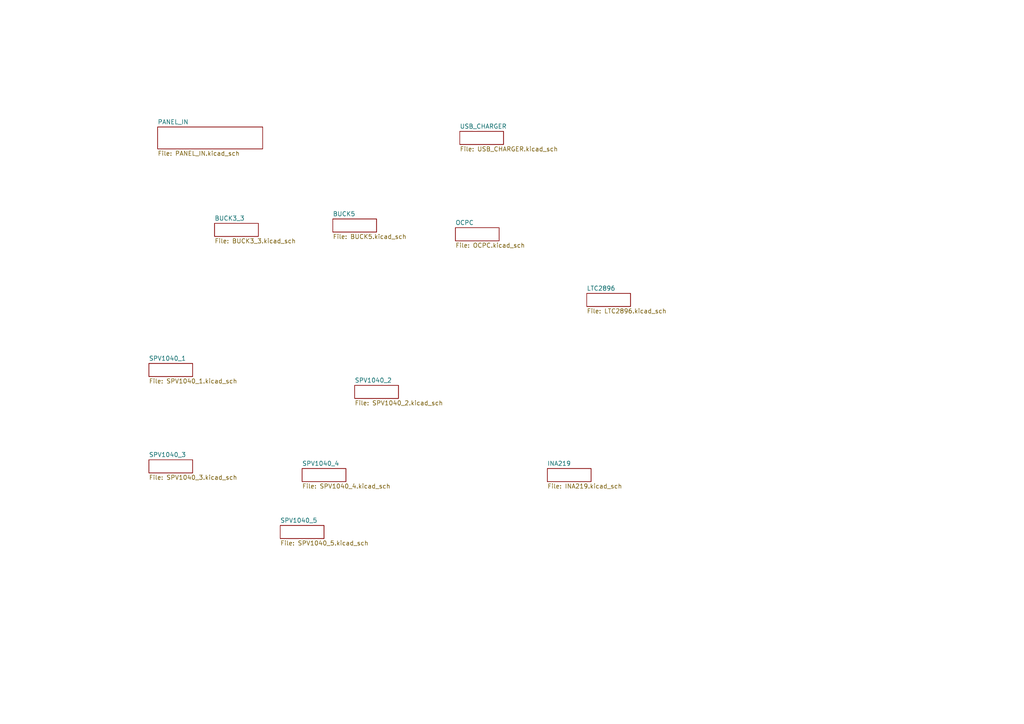
<source format=kicad_sch>
(kicad_sch
	(version 20231120)
	(generator "eeschema")
	(generator_version "8.0")
	(uuid "494c9d9f-6b33-4248-a813-27ffaaa929bd")
	(paper "A4")
	(title_block
		(company "TEAM ANANT")
		(comment 1 "BITS PILANI")
	)
	(lib_symbols)
	(sheet
		(at 87.63 135.89)
		(size 12.7 3.81)
		(fields_autoplaced yes)
		(stroke
			(width 0.1524)
			(type solid)
		)
		(fill
			(color 0 0 0 0.0000)
		)
		(uuid "2771644a-42c1-4e74-9e93-0ffcf5523547")
		(property "Sheetname" "SPV1040_4"
			(at 87.63 135.1784 0)
			(effects
				(font
					(size 1.27 1.27)
				)
				(justify left bottom)
			)
		)
		(property "Sheetfile" "SPV1040_4.kicad_sch"
			(at 87.63 140.2846 0)
			(effects
				(font
					(size 1.27 1.27)
				)
				(justify left top)
			)
		)
		(instances
			(project "PCB1 PANEL_IN SPV1040 BUCK5 BUCK33 OCPC"
				(path "/494c9d9f-6b33-4248-a813-27ffaaa929bd"
					(page "10")
				)
			)
		)
	)
	(sheet
		(at 102.87 111.76)
		(size 12.7 3.81)
		(fields_autoplaced yes)
		(stroke
			(width 0.1524)
			(type solid)
		)
		(fill
			(color 0 0 0 0.0000)
		)
		(uuid "27d3faa1-92c4-4207-bb91-69c494af1bc4")
		(property "Sheetname" "SPV1040_2"
			(at 102.87 111.0484 0)
			(effects
				(font
					(size 1.27 1.27)
				)
				(justify left bottom)
			)
		)
		(property "Sheetfile" "SPV1040_2.kicad_sch"
			(at 102.87 116.1546 0)
			(effects
				(font
					(size 1.27 1.27)
				)
				(justify left top)
			)
		)
		(instances
			(project "PCB1 PANEL_IN SPV1040 BUCK5 BUCK33 OCPC"
				(path "/494c9d9f-6b33-4248-a813-27ffaaa929bd"
					(page "8")
				)
			)
		)
	)
	(sheet
		(at 62.23 64.77)
		(size 12.7 3.81)
		(fields_autoplaced yes)
		(stroke
			(width 0.1524)
			(type solid)
		)
		(fill
			(color 0 0 0 0.0000)
		)
		(uuid "6d793315-f4d5-400d-8bb8-3ec4414619c0")
		(property "Sheetname" "BUCK3_3"
			(at 62.23 64.0584 0)
			(effects
				(font
					(size 1.27 1.27)
				)
				(justify left bottom)
			)
		)
		(property "Sheetfile" "BUCK3_3.kicad_sch"
			(at 62.23 69.1646 0)
			(effects
				(font
					(size 1.27 1.27)
				)
				(justify left top)
			)
		)
		(instances
			(project "PCB1 PANEL_IN SPV1040 BUCK5 BUCK33 OCPC"
				(path "/494c9d9f-6b33-4248-a813-27ffaaa929bd"
					(page "4")
				)
			)
		)
	)
	(sheet
		(at 170.18 85.09)
		(size 12.7 3.81)
		(fields_autoplaced yes)
		(stroke
			(width 0.1524)
			(type solid)
		)
		(fill
			(color 0 0 0 0.0000)
		)
		(uuid "81ba6a5a-e21d-4cec-83f0-5d840c1285ed")
		(property "Sheetname" "LTC2896"
			(at 170.18 84.3784 0)
			(effects
				(font
					(size 1.27 1.27)
				)
				(justify left bottom)
			)
		)
		(property "Sheetfile" "LTC2896.kicad_sch"
			(at 170.18 89.4846 0)
			(effects
				(font
					(size 1.27 1.27)
				)
				(justify left top)
			)
		)
		(instances
			(project "PCB1 PANEL_IN SPV1040 BUCK5 BUCK33 OCPC"
				(path "/494c9d9f-6b33-4248-a813-27ffaaa929bd"
					(page "12")
				)
			)
		)
	)
	(sheet
		(at 81.28 152.4)
		(size 12.7 3.81)
		(fields_autoplaced yes)
		(stroke
			(width 0.1524)
			(type solid)
		)
		(fill
			(color 0 0 0 0.0000)
		)
		(uuid "8c378675-f65a-4b67-963a-3f9cd3fefa7d")
		(property "Sheetname" "SPV1040_5"
			(at 81.28 151.6884 0)
			(effects
				(font
					(size 1.27 1.27)
				)
				(justify left bottom)
			)
		)
		(property "Sheetfile" "SPV1040_5.kicad_sch"
			(at 81.28 156.7946 0)
			(effects
				(font
					(size 1.27 1.27)
				)
				(justify left top)
			)
		)
		(instances
			(project "PCB1 PANEL_IN SPV1040 BUCK5 BUCK33 OCPC"
				(path "/494c9d9f-6b33-4248-a813-27ffaaa929bd"
					(page "11")
				)
			)
		)
	)
	(sheet
		(at 132.08 66.04)
		(size 12.7 3.81)
		(fields_autoplaced yes)
		(stroke
			(width 0.1524)
			(type solid)
		)
		(fill
			(color 0 0 0 0.0000)
		)
		(uuid "a1a4f25c-902d-4f3e-84ba-70b8fbb0ef9f")
		(property "Sheetname" "OCPC"
			(at 132.08 65.3284 0)
			(effects
				(font
					(size 1.27 1.27)
				)
				(justify left bottom)
			)
		)
		(property "Sheetfile" "OCPC.kicad_sch"
			(at 132.08 70.4346 0)
			(effects
				(font
					(size 1.27 1.27)
				)
				(justify left top)
			)
		)
		(instances
			(project "PCB1 PANEL_IN SPV1040 BUCK5 BUCK33 OCPC"
				(path "/494c9d9f-6b33-4248-a813-27ffaaa929bd"
					(page "6")
				)
			)
		)
	)
	(sheet
		(at 96.52 63.5)
		(size 12.7 3.81)
		(fields_autoplaced yes)
		(stroke
			(width 0.1524)
			(type solid)
		)
		(fill
			(color 0 0 0 0.0000)
		)
		(uuid "acbdadec-7a37-4e83-ba4f-7796ea0ed57d")
		(property "Sheetname" "BUCK5"
			(at 96.52 62.7884 0)
			(effects
				(font
					(size 1.27 1.27)
				)
				(justify left bottom)
			)
		)
		(property "Sheetfile" "BUCK5.kicad_sch"
			(at 96.52 67.8946 0)
			(effects
				(font
					(size 1.27 1.27)
				)
				(justify left top)
			)
		)
		(instances
			(project "PCB1 PANEL_IN SPV1040 BUCK5 BUCK33 OCPC"
				(path "/494c9d9f-6b33-4248-a813-27ffaaa929bd"
					(page "5")
				)
			)
		)
	)
	(sheet
		(at 133.35 38.1)
		(size 12.7 3.81)
		(fields_autoplaced yes)
		(stroke
			(width 0.1524)
			(type solid)
		)
		(fill
			(color 0 0 0 0.0000)
		)
		(uuid "d0756281-183d-4749-b648-78cca7febb2e")
		(property "Sheetname" "USB_CHARGER"
			(at 133.35 37.3884 0)
			(effects
				(font
					(size 1.27 1.27)
				)
				(justify left bottom)
			)
		)
		(property "Sheetfile" "USB_CHARGER.kicad_sch"
			(at 133.35 42.4946 0)
			(effects
				(font
					(size 1.27 1.27)
				)
				(justify left top)
			)
		)
		(instances
			(project "PCB1 PANEL_IN SPV1040 BUCK5 BUCK33 OCPC"
				(path "/494c9d9f-6b33-4248-a813-27ffaaa929bd"
					(page "3")
				)
			)
		)
	)
	(sheet
		(at 158.75 135.89)
		(size 12.7 3.81)
		(fields_autoplaced yes)
		(stroke
			(width 0.1524)
			(type solid)
		)
		(fill
			(color 0 0 0 0.0000)
		)
		(uuid "d7bb1b8a-b1e3-42b5-be90-f093a0283cfb")
		(property "Sheetname" "INA219"
			(at 158.75 135.1784 0)
			(effects
				(font
					(size 1.27 1.27)
				)
				(justify left bottom)
			)
		)
		(property "Sheetfile" "INA219.kicad_sch"
			(at 158.75 140.2846 0)
			(effects
				(font
					(size 1.27 1.27)
				)
				(justify left top)
			)
		)
		(instances
			(project "PCB1 PANEL_IN SPV1040 BUCK5 BUCK33 OCPC"
				(path "/494c9d9f-6b33-4248-a813-27ffaaa929bd"
					(page "13")
				)
			)
		)
	)
	(sheet
		(at 43.18 105.41)
		(size 12.7 3.81)
		(fields_autoplaced yes)
		(stroke
			(width 0.1524)
			(type solid)
		)
		(fill
			(color 0 0 0 0.0000)
		)
		(uuid "e53a10ab-2cc0-41d1-82dc-2525f18f01bb")
		(property "Sheetname" "SPV1040_1"
			(at 43.18 104.6984 0)
			(effects
				(font
					(size 1.27 1.27)
				)
				(justify left bottom)
			)
		)
		(property "Sheetfile" "SPV1040_1.kicad_sch"
			(at 43.18 109.8046 0)
			(effects
				(font
					(size 1.27 1.27)
				)
				(justify left top)
			)
		)
		(property "Field2" ""
			(at 43.18 105.41 0)
			(effects
				(font
					(size 1.27 1.27)
				)
				(hide yes)
			)
		)
		(instances
			(project "PCB1 PANEL_IN SPV1040 BUCK5 BUCK33 OCPC"
				(path "/494c9d9f-6b33-4248-a813-27ffaaa929bd"
					(page "7")
				)
			)
		)
	)
	(sheet
		(at 45.72 36.83)
		(size 30.48 6.35)
		(fields_autoplaced yes)
		(stroke
			(width 0.1524)
			(type solid)
		)
		(fill
			(color 0 0 0 0.0000)
		)
		(uuid "e761ae96-2f77-47a8-a4f2-e723b65c98c7")
		(property "Sheetname" "PANEL_IN"
			(at 45.72 36.1184 0)
			(effects
				(font
					(size 1.27 1.27)
				)
				(justify left bottom)
			)
		)
		(property "Sheetfile" "PANEL_IN.kicad_sch"
			(at 45.72 43.7646 0)
			(effects
				(font
					(size 1.27 1.27)
				)
				(justify left top)
			)
		)
		(property "Field2" ""
			(at 45.72 36.83 0)
			(effects
				(font
					(size 1.27 1.27)
				)
				(hide yes)
			)
		)
		(instances
			(project "PCB1 PANEL_IN SPV1040 BUCK5 BUCK33 OCPC"
				(path "/494c9d9f-6b33-4248-a813-27ffaaa929bd"
					(page "2")
				)
			)
		)
	)
	(sheet
		(at 43.18 133.35)
		(size 12.7 3.81)
		(fields_autoplaced yes)
		(stroke
			(width 0.1524)
			(type solid)
		)
		(fill
			(color 0 0 0 0.0000)
		)
		(uuid "e998d71e-4e87-4975-a251-a83701b03c75")
		(property "Sheetname" "SPV1040_3"
			(at 43.18 132.6384 0)
			(effects
				(font
					(size 1.27 1.27)
				)
				(justify left bottom)
			)
		)
		(property "Sheetfile" "SPV1040_3.kicad_sch"
			(at 43.18 137.7446 0)
			(effects
				(font
					(size 1.27 1.27)
				)
				(justify left top)
			)
		)
		(instances
			(project "PCB1 PANEL_IN SPV1040 BUCK5 BUCK33 OCPC"
				(path "/494c9d9f-6b33-4248-a813-27ffaaa929bd"
					(page "9")
				)
			)
		)
	)
	(sheet_instances
		(path "/"
			(page "1")
		)
	)
)

</source>
